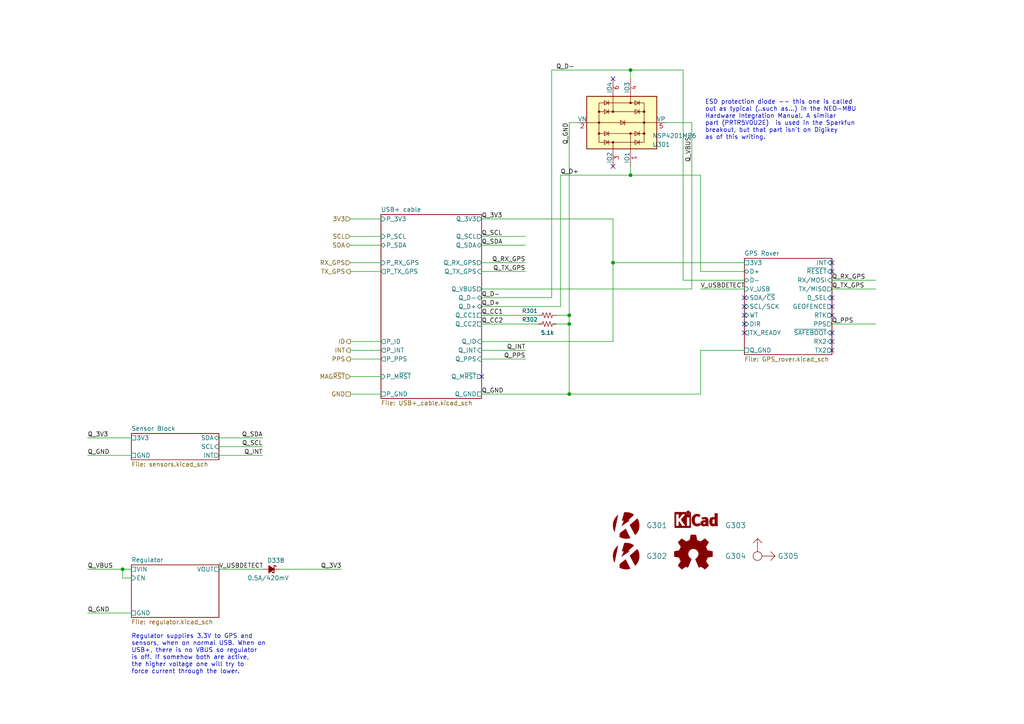
<source format=kicad_sch>
(kicad_sch (version 20211123) (generator eeschema)
  (paper "A4")
  (lib_symbols
    (symbol "Device:D_Schottky_Small_Filled" (pin_numbers hide) (pin_names (offset 0.254) hide)
      (property "Reference" "D" (at -1.27 2.032 0))
      (property "Value" "D_Schottky_Small_Filled" (at -7.112 -2.032 0))
      (symbol "D_Schottky_Small_Filled_0_1"
        (polyline (pts (xy -0.762 0) (xy 0.762 0)))
        (polyline (pts (xy 0.762 -1.016) (xy -0.762 0) (xy 0.762 1.016) (xy 0.762 -1.016)) (stroke (width 0.254)) (fill (type outline)))
        (polyline (pts (xy -1.27 0.762) (xy -1.27 1.016) (xy -0.762 1.016) (xy -0.762 -1.016) (xy -0.254 -1.016) (xy -0.254 -0.762)) (stroke (width 0.254)))
      )
      (symbol "D_Schottky_Small_Filled_1_1"
        (pin passive line (at -2.54 0 0) (length 1.778) (name "K") (number "1"))
        (pin passive line (at 2.54 0 180) (length 1.778) (name "A") (number "2"))
      )
    )
    (symbol "KwanSystems:Axis" (in_bom no)
      (property "Value" "Axis" (at 0 -2.54 0))
      (symbol "Axis_0_1"
        (polyline (pts (xy 0 1.27) (xy 0 5.08) (xy -1.27 3.81) (xy 0 5.08) (xy 1.27 3.81)) (stroke (width 0.1524)))
        (polyline (pts (xy 1.27 0) (xy 5.08 0) (xy 3.81 1.27) (xy 5.08 0) (xy 3.81 -1.27)) (stroke (width 0.1524)))
        (circle (center 0 0) (radius 1.27) (stroke (width 0.1524)))
      )
    )
    (symbol "KwanSystems:DesignedWithKicad" (pin_names (offset 1.016)) (in_bom no)
      (property "Value" "DesignedWithKicad" (at 3.81 -2.54 0))
      (symbol "DesignedWithKicad_0_1"
        (polyline (pts (xy -2.273 4.2434) (xy -2.1768 4.2192) (xy -2.0902 4.1764) (xy -2.0154 4.1166) (xy -1.9544 4.0415) (xy -1.9094 3.9528) (xy -1.8831 3.8565) (xy -1.8773 3.7592) (xy -1.8921 3.6653) (xy -1.9258 3.5775) (xy -1.9765 3.4982) (xy -2.0423 3.4302) (xy -2.1214 3.3759) (xy -2.2119 3.338) (xy -2.2632 3.3256) (xy -2.3077 3.3181) (xy -2.342 3.3151) (xy -2.375 3.3169) (xy -2.4154 3.3238) (xy -2.4485 3.3308) (xy -2.5419 3.3623) (xy -2.6256 3.4134) (xy -2.6977 3.4826) (xy -2.7562 3.5683) (xy -2.7701 3.5955) (xy -2.7866 3.6319) (xy -2.7969 3.6624) (xy -2.8025 3.6946) (xy -2.8047 3.7357) (xy -2.8049 3.7818) (xy -2.8009 3.8661) (xy -2.7874 3.9354) (xy -2.7623 3.996) (xy -2.7228 4.0544) (xy -2.6843 4.0987) (xy -2.6124 4.1645) (xy -2.5373 4.2099) (xy -2.4546 4.2372) (xy -2.3769 4.2474) (xy -2.273 4.2434)) (stroke (width 0.0025)) (fill (type outline)))
        (polyline (pts (xy 0.3284 3.3209) (xy 0.4886 3.2998) (xy 0.6525 3.2596) (xy 0.8223 3.2001) (xy 1 3.1208) (xy 1.0113 3.1153) (xy 1.069 3.0873) (xy 1.1206 3.0632) (xy 1.1622 3.0448) (xy 1.1902 3.0336) (xy 1.1997 3.0311) (xy 1.219 3.0261) (xy 1.2236 3.0219) (xy 1.2185 3.0114) (xy 1.2024 2.9851) (xy 1.1773 2.9457) (xy 1.1449 2.896) (xy 1.1071 2.8387) (xy 1.0658 2.7765) (xy 1.0228 2.7123) (xy 0.9799 2.6487) (xy 0.939 2.5886) (xy 0.902 2.5346) (xy 0.8706 2.4896) (xy 0.8468 2.4563) (xy 0.8323 2.4374) (xy 0.8303 2.4352) (xy 0.8202 2.4399) (xy 0.7978 2.457) (xy 0.7673 2.4836) (xy 0.7515 2.498) (xy 0.655 2.5733) (xy 0.5483 2.6288) (xy 0.4328 2.6639) (xy 0.31 2.6781) (xy 0.2406 2.6769) (xy 0.1194 2.6598) (xy 0.0102 2.6239) (xy -0.0874 2.569) (xy -0.1738 2.4949) (xy -0.2492 2.4013) (xy -0.314 2.2879) (xy -0.3514 2.2013) (xy -0.3953 2.0656) (xy -0.4276 1.9182) (xy -0.4484 1.7627) (xy -0.4579 1.603) (xy -0.4562 1.443) (xy -0.4432 1.2864) (xy -0.4191 1.1371) (xy -0.384 0.9988) (xy -0.3379 0.8753) (xy -0.3216 0.841) (xy -0.2534 0.7269) (xy -0.1729 0.6304) (xy -0.0814 0.5523) (xy 0.0199 0.4934) (xy 0.1299 0.4544) (xy 0.2474 0.4361) (xy 0.2889 0.4348) (xy 0.4104 0.4457) (xy 0.5309 0.4785) (xy 0.6487 0.5326) (xy 0.7623 0.6071) (xy 0.8537 0.6855) (xy 0.9002 0.73) (xy 1.0815 0.4327) (xy 1.1266 0.3586) (xy 1.1678 0.2904) (xy 1.2037 0.2305) (xy 1.2329 0.1816) (xy 1.2538 0.1459) (xy 1.2649 0.126) (xy 1.2664 0.1229) (xy 1.2581 0.1133) (xy 1.2326 0.096) (xy 1.1929 0.0727) (xy 1.1423 0.0451) (xy 1.0841 0.0147) (xy 1.0214 -0.0168) (xy 0.9576 -0.0477) (xy 0.8959 -0.0765) (xy 0.8394 -0.1014) (xy 0.7914 -0.1209) (xy 0.768 -0.1293) (xy 0.6342 -0.1671) (xy 0.4963 -0.1921) (xy 0.3486 -0.2051) (xy 0.2218 -0.2075) (xy 0.1539 -0.2064) (xy 0.0883 -0.2043) (xy 0.0308 -0.2014) (xy -0.0126 -0.1981) (xy -0.0267 -0.1964) (xy -0.1657 -0.1676) (xy -0.3072 -0.1225) (xy -0.4447 -0.0638) (xy -0.5716 0.0059) (xy -0.6491 0.0586) (xy -0.7765 0.1668) (xy -0.8948 0.2933) (xy -1.0018 0.4351) (xy -1.0953 0.589) (xy -1.1732 0.7519) (xy -1.217 0.8692) (xy -1.2673 1.0529) (xy -1.3008 1.2474) (xy -1.3176 1.4487) (xy -1.3176 1.6524) (xy -1.3009 1.8545) (xy -1.2675 2.0506) (xy -1.2174 2.2366) (xy -1.2136 2.2482) (xy -1.1507 2.4103) (xy -1.074 2.5582) (xy -0.9808 2.6961) (xy -0.8685 2.8283) (xy -0.8246 2.8736) (xy -0.6885 2.9975) (xy -0.5485 3.1001) (xy -0.4026 3.1823) (xy -0.2486 3.2454) (xy -0.0843 3.2905) (xy 0.0113 3.308) (xy 0.17 3.3235) (xy 0.3284 3.3209)) (stroke (width 0.0025)) (fill (type outline)))
        (polyline (pts (xy 6.1865 1.7978) (xy 6.1865 1.5633) (xy 6.1866 1.3504) (xy 6.1866 1.1578) (xy 6.1868 0.9845) (xy 6.1871 0.8294) (xy 6.1875 0.6914) (xy 6.1882 0.5693) (xy 6.189 0.4621) (xy 6.1902 0.3687) (xy 6.1917 0.2879) (xy 6.1935 0.2187) (xy 6.1958 0.16) (xy 6.1985 0.1106) (xy 6.2016 0.0695) (xy 6.2053 0.0356) (xy 6.2095 0.0077) (xy 6.2143 -0.0152) (xy 6.2198 -0.0342) (xy 6.2259 -0.0505) (xy 6.2327 -0.0652) (xy 6.2403 -0.0792) (xy 6.2486 -0.0939) (xy 6.2538 -0.103) (xy 6.2881 -0.1637) (xy 5.43 -0.1637) (xy 5.43 -0.0677) (xy 5.4292 -0.0244) (xy 5.4273 0.0088) (xy 5.4245 0.0266) (xy 5.4232 0.0282) (xy 5.4118 0.0213) (xy 5.3891 0.0035) (xy 5.3664 -0.0159) (xy 5.3118 -0.0566) (xy 5.2423 -0.0976) (xy 5.1653 -0.1351) (xy 5.088 -0.1654) (xy 5.0571 -0.175) (xy 4.9886 -0.1896) (xy 4.9058 -0.1995) (xy 4.8164 -0.2046) (xy 4.7282 -0.2044) (xy 4.6492 -0.1987) (xy 4.6115 -0.1929) (xy 4.4734 -0.1548) (xy 4.3461 -0.0971) (xy 4.2303 -0.0202) (xy 4.1266 0.0753) (xy 4.0358 0.1888) (xy 3.969 0.2996) (xy 3.9142 0.4164) (xy 3.8722 0.5357) (xy 3.8422 0.6617) (xy 3.8233 0.7984) (xy 3.8147 0.9498) (xy 3.814 1.0273) (xy 3.8161 1.0841) (xy 4.6452 1.0841) (xy 4.6454 0.991) (xy 4.6483 0.9033) (xy 4.654 0.8262) (xy 4.6625 0.765) (xy 4.665 0.7526) (xy 4.6968 0.6454) (xy 4.7385 0.5583) (xy 4.7904 0.4914) (xy 4.8528 0.4442) (xy 4.9261 0.4166) (xy 5.0107 0.4085) (xy 5.1068 0.4194) (xy 5.1703 0.4352) (xy 5.2195 0.4534) (xy 5.2736 0.4792) (xy 5.3142 0.5029) (xy 5.3848 0.5493) (xy 5.3848 1.6995) (xy 5.3174 1.743) (xy 5.2389 1.784) (xy 5.1547 1.8106) (xy 5.0696 1.8225) (xy 4.9882 1.8193) (xy 4.9154 1.8004) (xy 4.8834 1.7848) (xy 4.8255 1.7418) (xy 4.7765 1.685) (xy 4.7354 1.6124) (xy 4.7009 1.5219) (xy 4.6718 1.4113) (xy 4.6706 1.4055) (xy 4.6604 1.3432) (xy 4.6527 1.2654) (xy 4.6477 1.1773) (xy 4.6452 1.0841) (xy 3.8161 1.0841) (xy 3.8219 1.2401) (xy 3.8438 1.4359) (xy 3.8798 1.6147) (xy 3.9298 1.7762) (xy 3.9937 1.9203) (xy 4.0715 2.0469) (xy 4.1631 2.1559) (xy 4.2685 2.2471) (xy 4.3137 2.2781) (xy 4.4146 2.3342) (xy 4.5179 2.3738) (xy 4.628 2.398) (xy 4.7493 2.4078) (xy 4.8418 2.4067) (xy 4.9715 2.3958) (xy 5.0841 2.374) (xy 5.1829 2.3403) (xy 5.2711 2.2938) (xy 5.32 2.2596) (xy 5.3494 2.2376) (xy 5.371 2.2227) (xy 5.3793 2.2183) (xy 5.3809 2.2291) (xy 5.3822 2.2597) (xy 5.3831 2.3075) (xy 5.3838 2.3695) (xy 5.3842 2.4431) (xy 5.3843 2.5256) (xy 5.3842 2.6141) (xy 5.3838 2.7059) (xy 5.3832 2.7983) (xy 5.3823 2.8885) (xy 5.3813 2.9737) (xy 5.38 3.0513) (xy 5.3786 3.1184) (xy 5.3769 3.1724) (xy 5.3752 3.2104) (xy 5.3747 3.2173) (xy 5.3671 3.2877) (xy 5.3555 3.3429) (xy 5.3378 3.39) (xy 5.3117 3.4364) (xy 5.3054 3.4459) (xy 5.281 3.4826) (xy 6.1863 3.4826) (xy 6.1865 1.7978)) (stroke (width 0.0025)) (fill (type outline)))
        (polyline (pts (xy 2.6736 2.4034) (xy 2.8255 2.3834) (xy 2.9608 2.3498) (xy 3.0802 2.3023) (xy 3.1848 2.2406) (xy 3.2624 2.177) (xy 3.3313 2.1029) (xy 3.385 2.0231) (xy 3.4279 1.9309) (xy 3.4434 1.8878) (xy 3.4562 1.8489) (xy 3.4674 1.8127) (xy 3.4771 1.7776) (xy 3.4854 1.7416) (xy 3.4924 1.703) (xy 3.4983 1.6598) (xy 3.5031 1.6104) (xy 3.5071 1.5527) (xy 3.5103 1.4851) (xy 3.5129 1.4057) (xy 3.5151 1.3126) (xy 3.5168 1.204) (xy 3.5183 1.0781) (xy 3.5198 0.933) (xy 3.521 0.7902) (xy 3.5224 0.634) (xy 3.5236 0.4988) (xy 3.5248 0.3828) (xy 3.5261 0.2844) (xy 3.5277 0.2019) (xy 3.5297 0.1338) (xy 3.5322 0.0782) (xy 3.5353 0.0337) (xy 3.5391 -0.0015) (xy 3.5439 -0.029) (xy 3.5496 -0.0506) (xy 3.5565 -0.0677) (xy 3.5647 -0.0822) (xy 3.5742 -0.0956) (xy 3.5853 -0.1096) (xy 3.5896 -0.1151) (xy 3.6054 -0.1379) (xy 3.6124 -0.1535) (xy 3.6124 -0.1539) (xy 3.6016 -0.1561) (xy 3.5706 -0.1581) (xy 3.522 -0.1599) (xy 3.4582 -0.1615) (xy 3.3817 -0.1626) (xy 3.2949 -0.1634) (xy 3.2005 -0.1637) (xy 3.1896 -0.1637) (xy 2.7667 -0.1637) (xy 2.7634 -0.0676) (xy 2.7601 0.0284) (xy 2.698 -0.0225) (xy 2.6007 -0.0901) (xy 2.4908 -0.1447) (xy 2.4043 -0.175) (xy 2.3353 -0.1897) (xy 2.2519 -0.1997) (xy 2.1622 -0.2046) (xy 2.0738 -0.2043) (xy 1.9949 -0.1984) (xy 1.9586 -0.1926) (xy 1.8186 -0.1548) (xy 1.6922 -0.0999) (xy 1.5803 -0.0289) (xy 1.4838 0.0574) (xy 1.4036 0.1583) (xy 1.3407 0.2729) (xy 1.2963 0.399) (xy 1.284 0.4556) (xy 1.2764 0.5178) (xy 1.2727 0.5926) (xy 1.2722 0.6265) (xy 1.2723 0.6297) (xy 2.0322 0.6297) (xy 2.0415 0.5547) (xy 2.0697 0.4908) (xy 2.1182 0.4352) (xy 2.1233 0.4308) (xy 2.1715 0.396) (xy 2.2233 0.3734) (xy 2.284 0.3615) (xy 2.3594 0.3586) (xy 2.3775 0.359) (xy 2.4313 0.3617) (xy 2.4713 0.3671) (xy 2.5063 0.3773) (xy 2.5451 0.3941) (xy 2.5557 0.3993) (xy 2.6164 0.4352) (xy 2.6632 0.4778) (xy 2.676 0.493) (xy 2.7206 0.5495) (xy 2.7206 0.7454) (xy 2.7201 0.8241) (xy 2.7184 0.882) (xy 2.7154 0.9211) (xy 2.7111 0.9433) (xy 2.707 0.9497) (xy 2.691 0.9529) (xy 2.6573 0.9555) (xy 2.6103 0.9573) (xy 2.555 0.9581) (xy 2.5461 0.9582) (xy 2.4253 0.9529) (xy 2.3227 0.9367) (xy 2.2361 0.909) (xy 2.1637 0.8692) (xy 2.1088 0.8222) (xy 2.0642 0.7644) (xy 2.0395 0.7013) (xy 2.0322 0.6297) (xy 1.2723 0.6297) (xy 1.2742 0.7203) (xy 1.2825 0.7992) (xy 1.2988 0.8704) (xy 1.3244 0.9411) (xy 1.3484 0.9935) (xy 1.407 1.0888) (xy 1.4851 1.1768) (xy 1.5803 1.256) (xy 1.6902 1.3247) (xy 1.8125 1.3813) (xy 1.9448 1.4242) (xy 2.0094 1.4391) (xy 2.1456 1.4612) (xy 2.294 1.4758) (xy 2.4455 1.4822) (xy 2.5721 1.4806) (xy 2.734 1.4738) (xy 2.7265 1.5328) (xy 2.7072 1.6319) (xy 2.6761 1.7126) (xy 2.6323 1.7755) (xy 2.5749 1.8212) (xy 2.503 1.8504) (xy 2.4159 1.8636) (xy 2.3127 1.8614) (xy 2.2747 1.8574) (xy 2.1335 1.8322) (xy 1.9967 1.7912) (xy 1.9022 1.7532) (xy 1.857 1.7338) (xy 1.8186 1.7182) (xy 1.7922 1.7086) (xy 1.7845 1.7065) (xy 1.7748 1.7156) (xy 1.7581 1.7446) (xy 1.7342 1.7938) (xy 1.7031 1.8635) (xy 1.6645 1.9541) (xy 1.6579 1.9699) (xy 1.6279 2.0422) (xy 1.6009 2.1076) (xy 1.5781 2.1631) (xy 1.5608 2.2059) (xy 1.55 2.2332) (xy 1.5469 2.2421) (xy 1.5569 2.2468) (xy 1.5832 2.2521) (xy 1.6115 2.2558) (xy 1.6416 2.2605) (xy 1.6894 2.27) (xy 1.7506 2.2832) (xy 1.8209 2.2992) (xy 1.8962 2.3172) (xy 1.9248 2.3242) (xy 2.0298 2.3498) (xy 2.1175 2.3699) (xy 2.1921 2.385) (xy 2.2579 2.396) (xy 2.3193 2.4033) (xy 2.3806 2.4077) (xy 2.4461 2.4097) (xy 2.5041 2.4101) (xy 2.6736 2.4034)) (stroke (width 0.0025)) (fill (type outline)))
        (polyline (pts (xy -2.9464 3.7809) (xy -2.9355 3.667) (xy -2.9039 3.5594) (xy -2.853 3.4604) (xy -2.7843 3.3723) (xy -2.6992 3.2975) (xy -2.6022 3.2396) (xy -2.496 3.2) (xy -2.389 3.1814) (xy -2.2833 3.1826) (xy -2.1811 3.2021) (xy -2.0845 3.2386) (xy -1.9956 3.2908) (xy -1.9165 3.3573) (xy -1.8494 3.4368) (xy -1.7962 3.528) (xy -1.7592 3.6295) (xy -1.7404 3.7399) (xy -1.7385 3.7898) (xy -1.7385 3.8777) (xy -1.6866 3.8777) (xy -1.6503 3.8749) (xy -1.6234 3.8631) (xy -1.5962 3.8394) (xy -1.5579 3.801) (xy -1.5579 1.6094) (xy -1.5579 1.3473) (xy -1.5579 1.1068) (xy -1.558 0.887) (xy -1.5581 0.6869) (xy -1.5582 0.5057) (xy -1.5584 0.3423) (xy -1.5587 0.1958) (xy -1.5591 0.0654) (xy -1.5595 -0.05) (xy -1.56 -0.1513) (xy -1.5606 -0.2395) (xy -1.5613 -0.3154) (xy -1.5621 -0.3801) (xy -1.5631 -0.4344) (xy -1.5642 -0.4793) (xy -1.5654 -0.5157) (xy -1.5667 -0.5447) (xy -1.5683 -0.5671) (xy -1.5699 -0.5838) (xy -1.5718 -0.5959) (xy -1.5738 -0.6042) (xy -1.576 -0.6097) (xy -1.5771 -0.6115) (xy -1.5813 -0.6185) (xy -1.5848 -0.625) (xy -1.5886 -0.6309) (xy -1.5937 -0.6363) (xy -1.6009 -0.6412) (xy -1.6111 -0.6456) (xy -1.6254 -0.6496) (xy -1.6445 -0.6531) (xy -1.6695 -0.6563) (xy -1.7012 -0.659) (xy -1.7407 -0.6615) (xy -1.7887 -0.6636) (xy -1.8462 -0.6653) (xy -1.9142 -0.6668) (xy -1.9936 -0.6681) (xy -2.0853 -0.6691) (xy -2.1902 -0.6699) (xy -2.3092 -0.6705) (xy -2.4433 -0.6709) (xy -2.5934 -0.6712) (xy -2.7604 -0.6714) (xy -2.9452 -0.6715) (xy -3.1488 -0.6715) (xy -3.3721 -0.6715) (xy -3.6159 -0.6715) (xy -3.8813 -0.6714) (xy -3.9197 -0.6714) (xy -4.1867 -0.6714) (xy -4.432 -0.6713) (xy -4.6566 -0.6712) (xy -4.8613 -0.6711) (xy -5.0472 -0.6709) (xy -5.2151 -0.6706) (xy -5.3659 -0.6703) (xy -5.5006 -0.6699) (xy -5.62 -0.6694) (xy -5.7252 -0.6689) (xy -5.817 -0.6683) (xy -5.8963 -0.6675) (xy -5.964 -0.6667) (xy -6.0212 -0.6657) (xy -6.0686 -0.6646) (xy -6.1073 -0.6634) (xy -6.138 -0.662) (xy -6.1619 -0.6606) (xy -6.1797 -0.6589) (xy -6.1924 -0.6571) (xy -6.2009 -0.6551) (xy -6.2053 -0.6535) (xy -6.2137 -0.6499) (xy -6.2215 -0.6473) (xy -6.2286 -0.6446) (xy -6.2351 -0.6411) (xy -6.2409 -0.6356) (xy -6.2462 -0.6274) (xy -6.251 -0.6154) (xy -6.2552 -0.5987) (xy -6.2589 -0.5765) (xy -6.2622 -0.5477) (xy -6.2651 -0.5114) (xy -6.2675 -0.4667) (xy -6.2696 -0.4126) (xy -6.2714 -0.3483) (xy -6.2728 -0.2727) (xy -6.274 -0.185) (xy -6.2749 -0.0842) (xy -6.2756 0.0306) (xy -6.2761 0.1603) (xy -6.2764 0.306) (xy -6.2766 0.4685) (xy -6.2767 0.6487) (xy -6.2767 0.8476) (xy -6.2767 1.0662) (xy -6.2766 1.3053) (xy -6.2766 1.566) (xy -6.2766 1.6081) (xy -6.2766 1.871) (xy -6.2767 2.1123) (xy -6.2767 2.3328) (xy -6.2766 2.5336) (xy -6.2765 2.7157) (xy -6.2764 2.8798) (xy -6.2761 3.027) (xy -6.2756 3.1582) (xy -6.275 3.2681) (xy -5.9722 3.2681) (xy -5.9324 3.2103) (xy -5.9212 3.1945) (xy -5.9112 3.1806) (xy -5.9021 3.1672) (xy -5.8941 3.1533) (xy -5.887 3.1376) (xy -5.8807 3.119) (xy -5.8753 3.0963) (xy -5.8707 3.0683) (xy -5.8667 3.0337) (xy -5.8634 2.9915) (xy -5.8607 2.9404) (xy -5.8585 2.8793) (xy -5.8567 2.8069) (xy -5.8554 2.722) (xy -5.8545 2.6236) (xy -5.8539 2.5103) (xy -5.8535 2.3811) (xy -5.8533 2.2347) (xy -5.8532 2.0699) (xy -5.8532 1.8856) (xy -5.8533 1.6805) (xy -5.8533 1.5579) (xy -5.8533 1.3409) (xy -5.8532 1.1454) (xy -5.8532 0.97) (xy -5.8534 0.8137) (xy -5.8536 0.6751) (xy -5.8541 0.5533) (xy -5.8549 0.4468) (xy -5.856 0.3547) (xy -5.8574 0.2756) (xy -5.8593 0.2084) (xy -5.8617 0.1519) (xy -5.8647 0.1049) (xy -5.8683 0.0662) (xy -5.8725 0.0347) (xy -5.8774 0.0091) (xy -5.8832 -0.0117) (xy -5.8897 -0.0289) (xy -5.8972 -0.0438) (xy -5.9056 -0.0574) (xy -5.915 -0.0711) (xy -5.9254 -0.0859) (xy -5.9315 -0.0948) (xy -5.9703 -0.1524) (xy -5.4387 -0.1524) (xy -5.3155 -0.1524) (xy -5.213 -0.1522) (xy -5.1294 -0.1519) (xy -5.063 -0.1513) (xy -5.0118 -0.1504) (xy -4.974 -0.1491) (xy -4.9479 -0.1473) (xy -4.9316 -0.145) (xy -4.9233 -0.142) (xy -4.9212 -0.1384) (xy -4.9233 -0.1341) (xy -4.9245 -0.1326) (xy -4.9497 -0.0956) (xy -4.9756 -0.0428) (xy -4.9992 0.0192) (xy -5.0075 0.0456) (xy -5.0121 0.0636) (xy -5.016 0.0846) (xy -5.0192 0.1109) (xy -5.022 0.1445) (xy -5.0242 0.1874) (xy -5.0261 0.2418) (xy -5.0276 0.3097) (xy -5.029 0.3933) (xy -5.0302 0.4946) (xy -5.0313 0.6157) (xy -5.0317 0.6604) (xy -5.0327 0.7856) (xy -5.0335 0.8899) (xy -5.0339 0.9753) (xy -5.034 1.0435) (xy -5.0336 1.0962) (xy -5.0327 1.1354) (xy -5.0313 1.1627) (xy -5.0293 1.18) (xy -5.0266 1.1891) (xy -5.0232 1.1917) (xy -5.019 1.1896) (xy -5.0146 1.1853) (xy -5.0042 1.1724) (xy -4.9822 1.1433) (xy -4.95 1.1002) (xy -4.9092 1.0453) (xy -4.8614 0.9806) (xy -4.8081 0.9083) (xy -4.7509 0.8305) (xy -4.6914 0.7493) (xy -4.6312 0.6669) (xy -4.5717 0.5855) (xy -4.5145 0.507) (xy -4.4612 0.4338) (xy -4.4135 0.3679) (xy -4.3727 0.3113) (xy -4.3405 0.2664) (xy -4.3185 0.2352) (xy -4.3139 0.2285) (xy -4.291 0.1916) (xy -4.2642 0.1436) (xy -4.2388 0.0941) (xy -4.2356 0.0874) (xy -4.2139 0.0392) (xy -4.2013 0.0017) (xy -4.1956 -0.0342) (xy -4.1945 -0.0762) (xy -4.1951 -0.1524) (xy -3.0407 -0.1524) (xy -3.1318 -0.0587) (xy -3.1786 -0.0088) (xy -3.2289 0.0477) (xy -3.2749 0.102) (xy -3.2954 0.1273) (xy -3.3258 0.1669) (xy -3.3659 0.2201) (xy -3.4144 0.2853) (xy -3.4701 0.361) (xy -3.532 0.4454) (xy -3.5988 0.537) (xy -3.6694 0.6341) (xy -3.7425 0.7351) (xy -3.8171 0.8383) (xy -3.8919 0.9422) (xy -3.9658 1.0451) (xy -4.0376 1.1454) (xy -4.1062 1.2414) (xy -4.1703 1.3315) (xy -4.2288 1.4141) (xy -4.2805 1.4875) (xy -4.3242 1.5502) (xy -4.3589 1.6004) (xy -4.3832 1.6367) (xy -4.3961 1.6572) (xy -4.3979 1.6613) (xy -4.3899 1.6727) (xy -4.3691 1.6998) (xy -4.3368 1.7412) (xy -4.2945 1.795) (xy -4.2433 1.8595) (xy -4.1848 1.9331) (xy -4.1203 2.014) (xy -4.0511 2.1006) (xy -3.9787 2.1912) (xy -3.9042 2.2839) (xy -3.8445 2.3583) (xy -2.8335 2.3583) (xy -2.8276 2.3453) (xy -2.8133 2.3231) (xy -2.8122 2.3216) (xy -2.7934 2.2915) (xy -2.7738 2.2546) (xy -2.7699 2.2465) (xy -2.7664 2.2381) (xy -2.7632 2.2279) (xy -2.7605 2.2147) (xy -2.7581 2.1971) (xy -2.756 2.1735) (xy -2.7542 2.1427) (xy -2.7527 2.1032) (xy -2.7514 2.0537) (xy -2.7503 1.9928) (xy -2.7494 1.919) (xy -2.7486 1.831) (xy -2.7479 1.7273) (xy -2.7474 1.6067) (xy -2.7468 1.4676) (xy -2.7463 1.3088) (xy -2.7457 1.1299) (xy -2.7452 0.9448) (xy -2.7448 0.7809) (xy -2.7445 0.6367) (xy -2.7445 0.5109) (xy -2.7448 0.4021) (xy -2.7454 0.3089) (xy -2.7465 0.2299) (xy -2.7481 0.1637) (xy -2.7503 0.1088) (xy -2.7531 0.064) (xy -2.7567 0.0277) (xy -2.761 -0.0013) (xy -2.7661 -0.0246) (xy -2.7722 -0.0435) (xy -2.7792 -0.0594) (xy -2.7873 -0.0736) (xy -2.7965 -0.0877) (xy -2.805 -0.1002) (xy -2.8222 -0.1265) (xy -2.8323 -0.144) (xy -2.8335 -0.1473) (xy -2.8226 -0.1483) (xy -2.7914 -0.1493) (xy -2.7422 -0.1502) (xy -2.6773 -0.151) (xy -2.599 -0.1516) (xy -2.5096 -0.1521) (xy -2.4114 -0.1523) (xy -2.3424 -0.1524) (xy -2.2375 -0.1522) (xy -2.1406 -0.1515) (xy -2.0541 -0.1505) (xy -1.9801 -0.1492) (xy -1.9209 -0.1476) (xy -1.8785 -0.1458) (xy -1.8553 -0.1438) (xy -1.8514 -0.1425) (xy -1.8591 -0.1276) (xy -1.8671 -0.1196) (xy -1.8802 -0.1024) (xy -1.8975 -0.0722) (xy -1.9094 -0.0476) (xy -1.936 0.0113) (xy -1.9391 1.1882) (xy -1.9422 2.365) (xy -2.3879 2.365) (xy -2.4857 2.3649) (xy -2.5761 2.3644) (xy -2.6566 2.3637) (xy -2.725 2.3627) (xy -2.7787 2.3615) (xy -2.8153 2.3602) (xy -2.8325 2.3588) (xy -2.8335 2.3583) (xy -3.8445 2.3583) (xy -3.8293 2.3773) (xy -3.7551 2.4695) (xy -3.6831 2.5588) (xy -3.6146 2.6436) (xy -3.551 2.7221) (xy -3.4936 2.7927) (xy -3.4438 2.8536) (xy -3.4031 2.9032) (xy -3.3859 2.9238) (xy -3.2996 3.0245) (xy -3.223 3.1077) (xy -3.1542 3.1756) (xy -3.0912 3.2299) (xy -3.0819 3.2373) (xy -3.0424 3.2679) (xy -4.1741 3.2681) (xy -4.1688 3.2202) (xy -4.1721 3.1628) (xy -4.1937 3.0945) (xy -4.2336 3.0148) (xy -4.2789 2.9425) (xy -4.2952 2.9199) (xy -4.3232 2.8823) (xy -4.3614 2.832) (xy -4.4081 2.771) (xy -4.4617 2.7016) (xy -4.5203 2.6258) (xy -4.5825 2.5458) (xy -4.6464 2.4638) (xy -4.7105 2.3818) (xy -4.773 2.3021) (xy -4.8323 2.2267) (xy -4.8868 2.1578) (xy -4.9346 2.0976) (xy -4.9743 2.0481) (xy -5.004 2.0116) (xy -5.0222 1.9901) (xy -5.0252 1.9868) (xy -5.0281 1.9949) (xy -5.0303 2.0251) (xy -5.0319 2.0774) (xy -5.0328 2.1515) (xy -5.033 2.2469) (xy -5.0326 2.3636) (xy -5.0317 2.4836) (xy -5.0304 2.6157) (xy -5.0289 2.7274) (xy -5.0269 2.821) (xy -5.0242 2.8986) (xy -5.0206 2.9624) (xy -5.0158 3.0147) (xy -5.0095 3.0577) (xy -5.0015 3.0934) (xy -4.9916 3.1243) (xy -4.9795 3.1524) (xy -4.965 3.18) (xy -4.9503 3.205) (xy -4.9123 3.2681) (xy -5.9722 3.2681) (xy -6.275 3.2681) (xy -6.275 3.2744) (xy -6.2742 3.3765) (xy -6.2732 3.4654) (xy -6.2719 3.5421) (xy -6.2704 3.6075) (xy -6.2685 3.6626) (xy -6.2664 3.7082) (xy -6.2639 3.7455) (xy -6.261 3.7752) (xy -6.2577 3.7983) (xy -6.254 3.8159) (xy -6.2499 3.8287) (xy -6.2452 3.8378) (xy -6.2401 3.8441) (xy -6.2345 3.8485) (xy -6.2283 3.852) (xy -6.2215 3.8556) (xy -6.2155 3.8591) (xy -6.2103 3.8617) (xy -6.2021 3.864) (xy -6.1899 3.8661) (xy -6.1725 3.868) (xy -6.149 3.8697) (xy -6.1181 3.8711) (xy -6.0788 3.8724) (xy -6.03 3.8735) (xy -5.9705 3.8744) (xy -5.8994 3.8752) (xy -5.8155 3.8759) (xy -5.7177 3.8764) (xy -5.6049 3.8768) (xy -5.476 3.8772) (xy -5.33 3.8774) (xy -5.1657 3.8776) (xy -4.982 3.8777) (xy -4.7779 3.8777) (xy -4.5668 3.8777) (xy -2.9464 3.8777) (xy -2.9464 3.7809)) (stroke (width 0.0025)) (fill (type outline)))
      )
    )
    (symbol "KwanSystems:KwanSystems" (pin_names (offset 1.016)) (in_bom no)
      (property "Value" "KwanSystems" (at 0 -5.08 0))
      (symbol "KwanSystems_0_1"
        (polyline (pts (xy 0.3018 3.8025) (xy 0.5462 3.7744) (xy 0.7854 3.7321) (xy 1.0193 3.6754) (xy 1.2478 3.6045) (xy 1.4711 3.5193) (xy 1.689 3.4198) (xy 1.9015 3.3061) (xy 2.1085 3.1781) (xy 2.2308 3.09) (xy 0.4924 1.42) (xy 0.9508 1.42) (xy -1.31 -0.12) (xy -0.5992 1.42) (xy -1.1938 1.42) (xy -0.5192 3.78) (xy -0.3885 3.7927) (xy -0.1814 3.8059) (xy 0.0333 3.811)) (stroke (width 0.0025)) (fill (type outline)))
        (polyline (pts (xy 1.2117 -3.611) (xy 1.1805 -3.6269) (xy 1.1201 -3.6454) (xy 1.0517 -3.6655) (xy 0.8462 -3.7189) (xy 0.6348 -3.7604) (xy 0.4156 -3.7905) (xy 0.3277 -3.7992) (xy 0.1234 -3.8081) (xy 0.0408 -3.8091) (xy -0.0437 -3.8092) (xy -0.1265 -3.8082) (xy -0.3391 -3.7989) (xy -0.5799 -3.7695) (xy -0.8161 -3.7257) (xy -1.0478 -3.6672) (xy -1.2753 -3.5942) (xy -1.4987 -3.5065) (xy -1.6599 -3.4329) (xy -1.8371 -3.3426) (xy -1.9342 -3.2879) (xy -1.78 -2.25) (xy -0.12 -0.95)) (stroke (width 0.0025)) (fill (type outline)))
        (polyline (pts (xy -3.33 -1.85) (xy -3.4035 -1.7216) (xy -3.5014 -1.5107) (xy -3.5664 -1.3527) (xy -3.641 -1.1379) (xy -3.7016 -0.923) (xy -3.7485 -0.7062) (xy -3.782 -0.486) (xy -3.8025 -0.2605) (xy -3.8102 -0.0281) (xy -3.8103 0) (xy -3.8029 0.2742) (xy -3.7787 0.5215) (xy -3.7379 0.7583) (xy -3.6926 0.9566) (xy -3.6383 1.1468) (xy -3.5739 1.3326) (xy -3.4979 1.5178) (xy -3.4219 1.6804) (xy -3.3272 1.8622) (xy -3.2273 2.0324) (xy -3.1205 2.1935) (xy -3.0049 2.3481) (xy -2.8787 2.4988) (xy -2.7399 2.6482) (xy -2.6018 2.7839) (xy -2.4691 2.9048) (xy -2.33 3.02)) (stroke (width 0.0025)) (fill (type outline)))
        (polyline (pts (xy 3.337 1.8449) (xy 3.4183 1.6918) (xy 3.5168 1.4771) (xy 3.6016 1.2562) (xy 3.6727 1.0287) (xy 3.73 0.7948) (xy 3.7737 0.5541) (xy 3.7919 0.4191) (xy 3.7965 0.3713) (xy 3.8004 0.3111) (xy 3.8037 0.2415) (xy 3.8062 0.1653) (xy 3.808 0.0853) (xy 3.8091 0.0045) (xy 3.8092 -0.0742) (xy 3.8085 -0.148) (xy 3.8068 -0.214) (xy 3.8042 -0.2693) (xy 3.8033 -0.2821) (xy 3.7774 -0.5241) (xy 3.7368 -0.7619) (xy 3.6819 -0.9952) (xy 3.6126 -1.2235) (xy 3.5291 -1.4466) (xy 3.4316 -1.664) (xy 3.3202 -1.8755) (xy 3.1951 -2.0807) (xy 3.0563 -2.2792) (xy 2.918 -2.4541) (xy 2.7919 -2.5949) (xy 2.62 -2.77) (xy 1.07 0.12) (xy 3.24 2.01)) (stroke (width 0.0025)) (fill (type outline)))
      )
    )
    (symbol "KwanSystems:OSHW" (pin_names (offset 1.016)) (in_bom no)
      (property "Value" "OSHW" (at 10.16 1.27 0))
      (symbol "OSHW_0_1"
        (polyline (pts (xy 3.81 -3.81) (xy 3.7592 -3.7846) (xy 3.6322 -3.7084) (xy 3.4544 -3.5814) (xy 3.2258 -3.429) (xy 2.9972 -3.2766) (xy 2.8194 -3.175) (xy 2.6924 -3.0734) (xy 2.6416 -3.048) (xy 2.6162 -3.0734) (xy 2.5146 -3.1242) (xy 2.3622 -3.2004) (xy 2.2606 -3.2512) (xy 2.1336 -3.302) (xy 2.0574 -3.302) (xy 2.0574 -3.302) (xy 2.0066 -3.2004) (xy 1.9304 -2.9972) (xy 1.8034 -2.7686) (xy 1.7018 -2.4892) (xy 1.5748 -2.1844) (xy 1.4224 -1.8796) (xy 1.3208 -1.5748) (xy 1.1938 -1.2954) (xy 1.1176 -1.0922) (xy 1.0668 -0.9398) (xy 1.0414 -0.8636) (xy 1.0414 -0.8636) (xy 1.1176 -0.7874) (xy 1.2446 -0.7112) (xy 1.4986 -0.4826) (xy 1.7526 -0.1524) (xy 1.905 0.2032) (xy 1.9812 0.6096) (xy 1.9304 0.9906) (xy 1.778 1.3462) (xy 1.524 1.6764) (xy 1.2192 1.905) (xy 0.8636 2.0574) (xy 0.4572 2.1082) (xy 0.0762 2.0828) (xy -0.2794 1.9304) (xy -0.6096 1.6764) (xy -0.762 1.524) (xy -0.9398 1.1938) (xy -1.0668 0.8382) (xy -1.0668 0.762) (xy -1.0414 0.3556) (xy -0.9398 0) (xy -0.7366 -0.3302) (xy -0.4572 -0.6096) (xy -0.4064 -0.635) (xy -0.2794 -0.7366) (xy -0.1778 -0.8128) (xy -0.127 -0.8636) (xy -0.6096 -2.0574) (xy -0.6858 -2.2606) (xy -0.8382 -2.5908) (xy -0.9398 -2.8702) (xy -1.0414 -3.0988) (xy -1.1176 -3.2512) (xy -1.143 -3.302) (xy -1.143 -3.302) (xy -1.1938 -3.302) (xy -1.27 -3.2766) (xy -1.4478 -3.2004) (xy -1.5494 -3.1496) (xy -1.6764 -3.0734) (xy -1.7526 -3.048) (xy -1.8034 -3.0734) (xy -1.905 -3.1496) (xy -2.0828 -3.2766) (xy -2.3114 -3.429) (xy -2.5146 -3.556) (xy -2.6924 -3.683) (xy -2.8448 -3.7846) (xy -2.8956 -3.81) (xy -2.921 -3.81) (xy -2.9718 -3.7846) (xy -3.0734 -3.683) (xy -3.2512 -3.5306) (xy -3.4798 -3.302) (xy -3.5052 -3.2766) (xy -3.7084 -3.0734) (xy -3.8608 -2.921) (xy -3.9624 -2.794) (xy -3.9878 -2.7432) (xy -3.9878 -2.7432) (xy -3.9624 -2.6924) (xy -3.8608 -2.54) (xy -3.7592 -2.3622) (xy -3.6068 -2.1336) (xy -3.2004 -1.5494) (xy -3.429 -1.016) (xy -3.4798 -0.8382) (xy -3.5814 -0.635) (xy -3.6322 -0.508) (xy -3.6576 -0.4318) (xy -3.7338 -0.4064) (xy -3.8608 -0.381) (xy -4.0894 -0.3302) (xy -4.3434 -0.2794) (xy -4.5974 -0.254) (xy -4.8006 -0.2032) (xy -4.9784 -0.1778) (xy -5.0546 -0.1524) (xy -5.0546 -0.1524) (xy -5.08 -0.1016) (xy -5.08 -0.0254) (xy -5.08 0.1016) (xy -5.1054 0.3048) (xy -5.1054 0.6096) (xy -5.1054 0.6604) (xy -5.08 0.9398) (xy -5.08 1.1684) (xy -5.08 1.2954) (xy -5.08 1.3716) (xy -5.08 1.3716) (xy -5.0038 1.3716) (xy -4.8514 1.4224) (xy -4.6228 1.4478) (xy -4.3688 1.4986) (xy -4.3434 1.524) (xy -4.0894 1.5748) (xy -3.8608 1.6002) (xy -3.7084 1.651) (xy -3.6322 1.6764) (xy -3.6322 1.6764) (xy -3.5814 1.778) (xy -3.5052 1.9558) (xy -3.4036 2.159) (xy -3.3274 2.3622) (xy -3.2512 2.54) (xy -3.2004 2.6924) (xy -3.175 2.7432) (xy -3.175 2.7432) (xy -3.2258 2.8194) (xy -3.302 2.9464) (xy -3.429 3.1242) (xy -3.6068 3.3528) (xy -3.6068 3.3782) (xy -3.7592 3.6068) (xy -3.8862 3.7846) (xy -3.9624 3.9116) (xy -3.9878 3.9878) (xy -3.9878 3.9878) (xy -3.937 4.0386) (xy -3.8354 4.1656) (xy -3.6576 4.3434) (xy -3.4798 4.5466) (xy -3.4036 4.5974) (xy -3.2004 4.826) (xy -3.048 4.953) (xy -2.9464 5.0292) (xy -2.8956 5.0546) (xy -2.8956 5.0546) (xy -2.8448 5.0038) (xy -2.6924 4.9022) (xy -2.5146 4.7752) (xy -2.286 4.6228) (xy -2.2606 4.6228) (xy -2.032 4.4704) (xy -1.8542 4.3434) (xy -1.7272 4.2418) (xy -1.6764 4.2164) (xy -1.651 4.2164) (xy -1.5748 4.2418) (xy -1.397 4.2926) (xy -1.2192 4.3688) (xy -1.016 4.4704) (xy -0.8128 4.5466) (xy -0.6858 4.5974) (xy -0.6096 4.6482) (xy -0.6096 4.6482) (xy -0.5842 4.7244) (xy -0.5588 4.8768) (xy -0.508 5.1054) (xy -0.4572 5.3848) (xy -0.4318 5.4356) (xy -0.381 5.6896) (xy -0.3556 5.9182) (xy -0.3302 6.0706) (xy -0.3048 6.1214) (xy -0.254 6.1468) (xy -0.127 6.1468) (xy 0.0508 6.1468) (xy 0.3048 6.1468) (xy 0.5334 6.1468) (xy 0.7874 6.1468) (xy 0.9906 6.1468) (xy 1.143 6.1214) (xy 1.1938 6.1214) (xy 1.1938 6.1214) (xy 1.2192 6.0452) (xy 1.27 5.8674) (xy 1.2954 5.6388) (xy 1.3716 5.3594) (xy 1.3716 5.3086) (xy 1.4224 5.0546) (xy 1.4732 4.826) (xy 1.4986 4.6736) (xy 1.524 4.6228) (xy 1.524 4.6228) (xy 1.651 4.572) (xy 1.8288 4.4958) (xy 2.032 4.3942) (xy 2.54 4.191) (xy 3.175 4.6228) (xy 3.2258 4.6736) (xy 3.4544 4.826) (xy 3.6322 4.953) (xy 3.7592 5.0292) (xy 3.8354 5.0546) (xy 3.8354 5.0546) (xy 3.8862 5.0038) (xy 4.0132 4.8768) (xy 4.191 4.7244) (xy 4.3688 4.5212) (xy 4.5212 4.3688) (xy 4.699 4.191) (xy 4.8006 4.0894) (xy 4.8768 4.0132) (xy 4.8768 3.9624) (xy 4.8768 3.937) (xy 4.8514 3.8608) (xy 4.7498 3.7338) (xy 4.6228 3.5306) (xy 4.4704 3.3274) (xy 4.3434 3.1242) (xy 4.2164 2.921) (xy 4.1148 2.7686) (xy 4.0894 2.6924) (xy 4.0894 2.667) (xy 4.1402 2.54) (xy 4.2164 2.3622) (xy 4.318 2.1336) (xy 4.5212 1.651) (xy 4.8514 1.5748) (xy 5.0546 1.5494) (xy 5.334 1.4986) (xy 5.588 1.4478) (xy 5.9944 1.3716) (xy 6.0198 -0.127) (xy 5.9436 -0.1524) (xy 5.8928 -0.1524) (xy 5.7404 -0.2032) (xy 5.5118 -0.2286) (xy 5.2578 -0.2794) (xy 5.0546 -0.3302) (xy 4.826 -0.381) (xy 4.6736 -0.4064) (xy 4.5974 -0.4064) (xy 4.572 -0.4318) (xy 4.5212 -0.5334) (xy 4.445 -0.7112) (xy 4.3688 -0.9144) (xy 4.2672 -1.1176) (xy 4.191 -1.3208) (xy 4.1402 -1.4732) (xy 4.1148 -1.5494) (xy 4.1402 -1.6002) (xy 4.2418 -1.7272) (xy 4.3434 -1.9304) (xy 4.4958 -2.1336) (xy 4.6482 -2.3622) (xy 4.7752 -2.54) (xy 4.8514 -2.667) (xy 4.9022 -2.7432) (xy 4.8768 -2.794) (xy 4.8006 -2.8956) (xy 4.6228 -3.048) (xy 4.3942 -3.302) (xy 4.3434 -3.3274) (xy 4.1402 -3.5306) (xy 3.9878 -3.683) (xy 3.8608 -3.7846) (xy 3.81 -3.81)) (stroke (width 0.0025)) (fill (type outline)))
      )
    )
    (symbol "KwanSystems:RESISTOR" (pin_numbers hide) (pin_names (offset 1.016) hide)
      (property "Reference" "R" (at -1.27 1.27 0))
      (property "Value" "RESISTOR" (at -1.27 -2.54 0))
      (symbol "RESISTOR_0_1"
        (polyline (pts (xy 0 0) (xy -0.254 0.762) (xy -0.762 -0.762) (xy -1.27 0.762) (xy -1.524 0)))
        (polyline (pts (xy 0 0) (xy 0.254 -0.762) (xy 0.762 0.762) (xy 1.27 -0.762) (xy 1.524 0)))
      )
      (symbol "RESISTOR_1_1"
        (pin passive line (at -2.54 0 0) (length 0.9906) (name "1") (number "1"))
        (pin passive line (at 2.54 0 180) (length 0.9906) (name "2") (number "2"))
      )
    )
    (symbol "Power_Protection:SRV05-4" (pin_names (offset 0))
      (property "Reference" "U" (at -5.08 11.43 0))
      (property "Value" "SRV05-4" (at 2.54 11.43 0))
      (symbol "SRV05-4_0_0"
        (rectangle (start -5.715 6.477) (end 5.715 -6.604))
        (polyline (pts (xy -3.175 -6.604) (xy -3.175 6.477)))
        (polyline (pts (xy 3.175 6.477) (xy 3.175 -6.604)))
      )
      (symbol "SRV05-4_0_1"
        (rectangle (start -7.62 10.16) (end 7.62 -10.16) (stroke (width 0.254)) (fill (type background)))
        (circle (center -5.715 -2.54) (radius 0.2794) (fill (type outline)))
        (circle (center -3.175 -6.604) (radius 0.2794) (fill (type outline)))
        (circle (center -3.175 2.54) (radius 0.2794) (fill (type outline)))
        (circle (center -3.175 6.477) (radius 0.2794) (fill (type outline)))
        (circle (center 0 -6.604) (radius 0.2794) (fill (type outline)))
        (polyline (pts (xy -7.747 2.54) (xy -3.175 2.54)))
        (polyline (pts (xy -7.62 -2.54) (xy -5.715 -2.54)))
        (polyline (pts (xy -5.08 -3.81) (xy -6.35 -3.81)))
        (polyline (pts (xy -5.08 5.08) (xy -6.35 5.08)))
        (polyline (pts (xy -2.54 -3.81) (xy -3.81 -3.81)))
        (polyline (pts (xy -2.54 5.08) (xy -3.81 5.08)))
        (polyline (pts (xy 0 10.16) (xy 0 -10.16)))
        (polyline (pts (xy 3.81 -3.81) (xy 2.54 -3.81)))
        (polyline (pts (xy 3.81 5.08) (xy 2.54 5.08)))
        (polyline (pts (xy 6.35 -3.81) (xy 5.08 -3.81)))
        (polyline (pts (xy 6.35 5.08) (xy 5.08 5.08)))
        (polyline (pts (xy 7.62 -2.54) (xy 3.175 -2.54)))
        (polyline (pts (xy 7.62 2.54) (xy 5.715 2.54)))
        (polyline (pts (xy 0.635 0.889) (xy -0.635 0.889) (xy -0.635 0.635)))
        (polyline (pts (xy -5.08 -5.08) (xy -6.35 -5.08) (xy -5.715 -3.81) (xy -5.08 -5.08)))
        (polyline (pts (xy -5.08 3.81) (xy -6.35 3.81) (xy -5.715 5.08) (xy -5.08 3.81)))
        (polyline (pts (xy -2.54 -5.08) (xy -3.81 -5.08) (xy -3.175 -3.81) (xy -2.54 -5.08)))
        (polyline (pts (xy -2.54 3.81) (xy -3.81 3.81) (xy -3.175 5.08) (xy -2.54 3.81)))
        (polyline (pts (xy 0.635 -0.381) (xy -0.635 -0.381) (xy 0 0.889) (xy 0.635 -0.381)))
        (polyline (pts (xy 3.81 -5.08) (xy 2.54 -5.08) (xy 3.175 -3.81) (xy 3.81 -5.08)))
        (polyline (pts (xy 3.81 3.81) (xy 2.54 3.81) (xy 3.175 5.08) (xy 3.81 3.81)))
        (polyline (pts (xy 6.35 -5.08) (xy 5.08 -5.08) (xy 5.715 -3.81) (xy 6.35 -5.08)))
        (polyline (pts (xy 6.35 3.81) (xy 5.08 3.81) (xy 5.715 5.08) (xy 6.35 3.81)))
        (circle (center 0 6.477) (radius 0.2794) (fill (type outline)))
        (circle (center 3.175 -6.604) (radius 0.2794) (fill (type outline)))
        (circle (center 3.175 -2.54) (radius 0.2794) (fill (type outline)))
        (circle (center 3.175 6.477) (radius 0.2794) (fill (type outline)))
        (circle (center 5.715 2.54) (radius 0.2794) (fill (type outline)))
      )
      (symbol "SRV05-4_1_1"
        (pin passive line (at -12.7 2.54 0) (length 5.08) (name "IO1") (number "1"))
        (pin passive line (at 0 -12.7 90) (length 2.54) (name "VN") (number "2"))
        (pin passive line (at -12.7 -2.54 0) (length 5.08) (name "IO2") (number "3"))
        (pin passive line (at 12.7 2.54 180) (length 5.08) (name "IO3") (number "4"))
        (pin passive line (at 0 12.7 270) (length 2.54) (name "VP") (number "5"))
        (pin passive line (at 12.7 -2.54 180) (length 5.08) (name "IO4") (number "6"))
      )
    )
  )
  (junction (at 165.1 114.3))
  (junction (at 177.8 76.2))
  (junction (at 182.88 20.32))
  (junction (at 165.1 93.98))
  (junction (at 182.88 50.8))
  (junction (at 35.56 165.1))
  (junction (at 165.1 91.44))
  (no_connect (at 215.9 96.52))
  (no_connect (at 177.8 22.86))
  (no_connect (at 139.7 109.22))
  (no_connect (at 177.8 48.26))
  (no_connect (at 215.9 93.98))
  (no_connect (at 215.9 91.44))
  (no_connect (at 215.9 88.9))
  (no_connect (at 215.9 86.36))
  (no_connect (at 241.3 88.9))
  (no_connect (at 241.3 91.44))
  (no_connect (at 241.3 96.52))
  (no_connect (at 241.3 99.06))
  (no_connect (at 241.3 101.6))
  (no_connect (at 241.3 86.36))
  (no_connect (at 241.3 76.2))
  (no_connect (at 241.3 78.74))
  (wire (pts (xy 241.3 83.82) (xy 254 83.82)))
  (wire (pts (xy 139.7 76.2) (xy 152.4 76.2)))
  (wire (pts (xy 25.4 165.1) (xy 35.56 165.1)))
  (wire (pts (xy 156.21 91.44) (xy 139.7 91.44)))
  (wire (pts (xy 139.7 114.3) (xy 165.1 114.3)))
  (wire (pts (xy 139.7 88.9) (xy 162.56 88.9)))
  (wire (pts (xy 25.4 132.08) (xy 38.1 132.08)))
  (wire (pts (xy 161.29 93.98) (xy 165.1 93.98)))
  (wire (pts (xy 165.1 114.3) (xy 203.2 114.3)))
  (wire (pts (xy 165.1 91.44) (xy 165.1 93.98)))
  (wire (pts (xy 177.8 63.5) (xy 177.8 76.2)))
  (wire (pts (xy 25.4 177.8) (xy 38.1 177.8)))
  (wire (pts (xy 165.1 91.44) (xy 165.1 35.56)))
  (wire (pts (xy 161.29 91.44) (xy 165.1 91.44)))
  (wire (pts (xy 215.9 81.28) (xy 198.12 81.28)))
  (wire (pts (xy 101.6 104.14) (xy 110.49 104.14)))
  (wire (pts (xy 101.6 63.5) (xy 110.49 63.5)))
  (wire (pts (xy 81.28 165.1) (xy 99.06 165.1)))
  (wire (pts (xy 101.6 71.12) (xy 110.49 71.12)))
  (wire (pts (xy 203.2 83.82) (xy 215.9 83.82)))
  (wire (pts (xy 139.7 63.5) (xy 177.8 63.5)))
  (wire (pts (xy 177.8 76.2) (xy 215.9 76.2)))
  (wire (pts (xy 139.7 83.82) (xy 200.66 83.82)))
  (wire (pts (xy 241.3 93.98) (xy 254 93.98)))
  (wire (pts (xy 177.8 76.2) (xy 177.8 99.06)))
  (wire (pts (xy 101.6 114.3) (xy 110.49 114.3)))
  (wire (pts (xy 167.64 35.56) (xy 165.1 35.56)))
  (wire (pts (xy 139.7 101.6) (xy 152.4 101.6)))
  (wire (pts (xy 101.6 99.06) (xy 110.49 99.06)))
  (wire (pts (xy 101.6 109.22) (xy 110.49 109.22)))
  (wire (pts (xy 203.2 78.74) (xy 215.9 78.74)))
  (wire (pts (xy 182.88 50.8) (xy 182.88 48.26)))
  (wire (pts (xy 101.6 101.6) (xy 110.49 101.6)))
  (wire (pts (xy 156.21 93.98) (xy 139.7 93.98)))
  (wire (pts (xy 25.4 127) (xy 38.1 127)))
  (wire (pts (xy 203.2 101.6) (xy 215.9 101.6)))
  (wire (pts (xy 198.12 81.28) (xy 198.12 20.32)))
  (wire (pts (xy 160.02 20.32) (xy 182.88 20.32)))
  (wire (pts (xy 63.5 165.1) (xy 76.2 165.1)))
  (wire (pts (xy 182.88 20.32) (xy 198.12 20.32)))
  (wire (pts (xy 177.8 99.06) (xy 139.7 99.06)))
  (wire (pts (xy 38.1 167.64) (xy 35.56 167.64)))
  (wire (pts (xy 63.5 132.08) (xy 76.2 132.08)))
  (wire (pts (xy 139.7 104.14) (xy 152.4 104.14)))
  (wire (pts (xy 162.56 88.9) (xy 162.56 50.8)))
  (wire (pts (xy 203.2 114.3) (xy 203.2 101.6)))
  (wire (pts (xy 101.6 68.58) (xy 110.49 68.58)))
  (wire (pts (xy 160.02 86.36) (xy 160.02 20.32)))
  (wire (pts (xy 203.2 50.8) (xy 203.2 78.74)))
  (wire (pts (xy 165.1 114.3) (xy 165.1 93.98)))
  (wire (pts (xy 139.7 86.36) (xy 160.02 86.36)))
  (wire (pts (xy 182.88 50.8) (xy 203.2 50.8)))
  (wire (pts (xy 35.56 165.1) (xy 38.1 165.1)))
  (wire (pts (xy 63.5 127) (xy 76.2 127)))
  (wire (pts (xy 139.7 68.58) (xy 152.4 68.58)))
  (wire (pts (xy 63.5 129.54) (xy 76.2 129.54)))
  (wire (pts (xy 193.04 35.56) (xy 200.66 35.56)))
  (wire (pts (xy 139.7 71.12) (xy 152.4 71.12)))
  (wire (pts (xy 101.6 76.2) (xy 110.49 76.2)))
  (wire (pts (xy 241.3 81.28) (xy 254 81.28)))
  (wire (pts (xy 200.66 83.82) (xy 200.66 35.56)))
  (wire (pts (xy 182.88 20.32) (xy 182.88 22.86)))
  (wire (pts (xy 139.7 78.74) (xy 152.4 78.74)))
  (wire (pts (xy 35.56 167.64) (xy 35.56 165.1)))
  (wire (pts (xy 101.6 78.74) (xy 110.49 78.74)))
  (wire (pts (xy 162.56 50.8) (xy 182.88 50.8)))
  (text "Regulator supplies 3.3V to GPS and\nsensors, when on normal USB. When on\nUSB+, there is no VBUS so regulator\nis off. If somehow both are active,\nthe higher voltage one will try to\nforce current through the lower." (at 38.1 195.58 0) (effects (font (size 1.27 1.27)) (justify left bottom)))
  (text "ESD protection diode -- this one is called\nout as typical (..such as...) in the NEO-M8U\nHardware Integration Manual. A similar\npart (PRTR5V0U2E)  is used in the Sparkfun\nbreakout, but that part isn't on Digikey\nas of this writing." (at 204.47 40.64 0) (effects (font (size 1.27 1.27)) (justify left bottom)))
  (label "Q_SDA" (at 76.2 127 180))
  (label "Q_INT" (at 152.4 101.6 180))
  (label "Q_SCL" (at 139.7 68.58 0))
  (label "Q_3V3" (at 99.06 165.1 180))
  (label "Q_GND" (at 25.4 177.8 0))
  (label "Q_RX_GPS" (at 152.4 76.2 180))
  (label "Q_GND" (at 139.7 114.3 0))
  (label "Q_D+" (at 162.56 50.8 0))
  (label "Q_TX_GPS" (at 241.3 83.82 0))
  (label "Q_SDA" (at 139.7 71.12 0))
  (label "Q_CC2" (at 139.7 93.98 0))
  (label "Q_VBUS" (at 25.4 165.1 0))
  (label "Q_SCL" (at 76.2 129.54 180))
  (label "Q_GND" (at 165.1 41.91 90))
  (label "Q_VBUS" (at 200.66 46.99 90))
  (label "Q_INT" (at 76.2 132.08 180))
  (label "Q_PPS" (at 152.4 104.14 180))
  (label "Q_CC1" (at 139.7 91.44 0))
  (label "Q_PPS" (at 241.3 93.98 0))
  (label "V_USBDETECT" (at 63.5 165.1 0))
  (label "V_USBDETECT" (at 203.2 83.82 0))
  (label "Q_D+" (at 139.7 88.9 0))
  (label "Q_D-" (at 139.7 86.36 0))
  (label "Q_D-" (at 161.29 20.32 0))
  (label "Q_GND" (at 25.4 132.08 0))
  (label "Q_3V3" (at 25.4 127 0))
  (label "Q_3V3" (at 139.7 63.5 0))
  (label "Q_RX_GPS" (at 241.3 81.28 0))
  (label "Q_TX_GPS" (at 152.4 78.74 180))
  (hierarchical_label "PPS" (shape output) (at 101.6 104.14 180))
  (hierarchical_label "3V3" (shape input) (at 101.6 63.5 180))
  (hierarchical_label "INT" (shape output) (at 101.6 101.6 180))
  (hierarchical_label "SDA" (shape bidirectional) (at 101.6 71.12 180))
  (hierarchical_label "MAG~{RST}" (shape input) (at 101.6 109.22 180))
  (hierarchical_label "TX_GPS" (shape output) (at 101.6 78.74 180))
  (hierarchical_label "ID" (shape output) (at 101.6 99.06 180))
  (hierarchical_label "GND" (shape passive) (at 101.6 114.3 180))
  (hierarchical_label "SCL" (shape input) (at 101.6 68.58 180))
  (hierarchical_label "RX_GPS" (shape input) (at 101.6 76.2 180))
  (symbol (lib_id "KwanSystems:Axis") (at 219.71 161.29 0) (unit 1) (in_bom no)
    (property "Reference" "G305" (at 228.6 161.29 0) (effects (font (size 1.524 1.524))))
    (property "Value" "Axis" (effects hide))
    (property "Footprint" "KwanSystems:Axis" (effects hide))
  )
  (symbol (lib_id "KwanSystems:DesignedWithKicad") (at 201.93 152.4 0) (unit 1) (in_bom no)
    (property "Reference" "G303" (at 213.36 152.4 0) (effects (font (size 1.524 1.524))))
    (property "Value" "DesignedWithKicad" (effects hide))
    (property "Footprint" "KwanSystems:Symbol_KiCAD-Logo_CopperAndSilkScreenTop_small" (effects hide))
  )
  (symbol (lib_id "KwanSystems:KwanSystems") (at 181.61 152.4 0) (unit 1) (in_bom no)
    (property "Reference" "G301" (at 190.5 152.4 0) (effects (font (size 1.524 1.524))))
    (property "Value" "KwanSystems" (effects hide))
    (property "Footprint" "KwanSystems:StKwansSoldermask" (effects hide))
  )
  (symbol (lib_id "Device:D_Schottky_Small_Filled") (at 78.74 165.1 0) (mirror y) (unit 1)
    (property "Reference" "D338" (at 82.55 162.56 0) (effects (justify left)))
    (property "Value" "0.5A/420mV" (at 83.82 167.64 0) (effects (justify left)))
    (property "Footprint" "Diode_SMD:D_0603_1608Metric" (effects hide))
    (property "Digikey" "641-1520-1-ND" (effects hide))
    (property "Purpose" "V_USBDETECT separate 3V3 provided by USB from provided by USB+" (effects hide))
    (property "Max Voltage" "40V" (effects hide))
  )
  (symbol (lib_id "KwanSystems:RESISTOR") (at 158.75 93.98 0) (unit 1)
    (property "Reference" "R302" (at 153.67 92.71 0) (effects (font (size 1.143 1.143))))
    (property "Value" "5.1k" (at 158.75 96.52 0) (effects (font (size 1.143 1.143))))
    (property "Footprint" "Resistor_SMD:R_0402_1005Metric" (effects hide))
    (property "Purpose" "CC Marker" (effects hide))
    (property "Digikey" "CC marker" (effects hide))
  )
  (symbol (lib_id "Power_Protection:SRV05-4") (at 180.34 35.56 270) (mirror x) (unit 1)
    (property "Reference" "U301" (at 189.23 41.91 90) (effects (justify left)))
    (property "Value" "NSP4201MR6" (at 189.23 39.37 90) (effects (justify left)))
    (property "Footprint" "Package_TO_SOT_SMD:SOT-23-6" (effects hide))
    (property "Datasheet" "http://www.onsemi.com/pub/Collateral/SRV05-4-D.PDF" (effects hide))
    (property "Digikey" "497-5235-1-ND" (effects hide))
    (property "Purpose" "USB DP protection diodes" (effects hide))
  )
  (symbol (lib_id "KwanSystems:KwanSystems") (at 181.61 161.29 0) (unit 1) (in_bom no)
    (property "Reference" "G302" (at 190.5 161.29 0) (effects (font (size 1.524 1.524))))
    (property "Value" "KwanSystems" (effects hide))
    (property "Footprint" "KwanSystems:StKwansSoldermask" (effects hide))
  )
  (symbol (lib_id "KwanSystems:RESISTOR") (at 158.75 91.44 0) (unit 1)
    (property "Reference" "R301" (at 153.67 90.17 0) (effects (font (size 1.143 1.143))))
    (property "Value" "5.1k" (at 158.75 96.52 0) (effects (font (size 1.143 1.143))))
    (property "Footprint" "Resistor_SMD:R_0402_1005Metric" (effects hide))
    (property "Purpose" "CC Marker" (effects hide))
    (property "Digikey" "CC marker" (effects hide))
  )
  (symbol (lib_id "KwanSystems:OSHW") (at 200.66 161.29 0) (unit 1) (in_bom no)
    (property "Reference" "G304" (at 213.36 161.29 0) (effects (font (size 1.524 1.524))))
    (property "Value" "OSHW" (effects hide))
    (property "Footprint" "KwanSystems:OSHW-Symbol_6.7x6mm_SolderMask" (effects hide))
  )
  (sheet (at 38.1 163.83) (size 25.4 15.24) (stroke (width 0.1524))
    (property "Sheet name" "Regulator" (at 38.1 163.1184 0) (effects (justify left bottom)))
    (property "Sheet file" "regulator.kicad_sch" (at 38.1 179.6546 0) (effects (justify left top)))
    (pin "VOUT" passive (at 63.5 165.1 0))
    (pin "GND" passive (at 38.1 177.8 180))
    (pin "VIN" passive (at 38.1 165.1 180))
    (pin "EN" input (at 38.1 167.64 180))
  )
  (sheet (at 215.9 74.93) (size 25.4 27.94) (stroke (width 0.1524))
    (property "Sheet name" "GPS Rover" (at 215.9 74.2184 0) (effects (justify left bottom)))
    (property "Sheet file" "GPS_rover.kicad_sch" (at 215.9 103.4546 0) (effects (justify left top)))
    (pin "D+" bidirectional (at 215.9 78.74 180))
    (pin "WT" input (at 215.9 91.44 180))
    (pin "DIR" input (at 215.9 93.98 180))
    (pin "D-" bidirectional (at 215.9 81.28 180))
    (pin "3V3" passive (at 215.9 76.2 180))
    (pin "GEOFENCE" output (at 241.3 88.9 0))
    (pin "RTK" output (at 241.3 91.44 0))
    (pin "PPS" output (at 241.3 93.98 0))
    (pin "~{SAFEBOOT}" input (at 241.3 96.52 0))
    (pin "RX2" input (at 241.3 99.06 0))
    (pin "Q_GND" passive (at 215.9 101.6 180))
    (pin "D_SEL" input (at 241.3 86.36 0))
    (pin "TX2" output (at 241.3 101.6 0))
    (pin "TX{slash}MISO" output (at 241.3 83.82 0))
    (pin "RX{slash}MOSI" input (at 241.3 81.28 0))
    (pin "~{RESET}" input (at 241.3 78.74 0))
    (pin "INT" input (at 241.3 76.2 0))
    (pin "SDA{slash}~{CS}" bidirectional (at 215.9 86.36 180))
    (pin "SCL{slash}SCK" input (at 215.9 88.9 180))
    (pin "TX_READY" output (at 215.9 96.52 180))
    (pin "V_USB" input (at 215.9 83.82 180))
  )
  (sheet (at 38.1 125.73) (size 25.4 7.62) (stroke (width 0.1524))
    (property "Sheet name" "Sensor Block" (at 38.1 125.0184 0) (effects (justify left bottom)))
    (property "Sheet file" "sensors.kicad_sch" (at 38.1 133.9346 0) (effects (justify left top)))
    (pin "3V3" passive (at 38.1 127 180))
    (pin "GND" passive (at 38.1 132.08 180))
    (pin "INT" output (at 63.5 132.08 0))
    (pin "SDA" bidirectional (at 63.5 127 0))
    (pin "SCL" input (at 63.5 129.54 0))
  )
  (sheet (at 110.49 62.23) (size 29.21 53.34) (stroke (width 0.1524))
    (property "Sheet name" "USB+ cable" (at 110.49 61.5184 0) (effects (justify left bottom)))
    (property "Sheet file" "USB+_cable.kicad_sch" (at 110.49 116.1546 0) (effects (justify left top)))
    (pin "Q_SDA" bidirectional (at 139.7 71.12 0))
    (pin "Q_D-" bidirectional (at 139.7 86.36 0))
    (pin "Q_D+" bidirectional (at 139.7 88.9 0))
    (pin "Q_RX_GPS" output (at 139.7 76.2 0))
    (pin "Q_ID" input (at 139.7 99.06 0))
    (pin "Q_SCL" output (at 139.7 68.58 0))
    (pin "Q_TX_GPS" input (at 139.7 78.74 0))
    (pin "Q_INT" input (at 139.7 101.6 0))
    (pin "Q_M~{RST}" output (at 139.7 109.22 0))
    (pin "Q_CC1" passive (at 139.7 91.44 0))
    (pin "Q_VBUS" output (at 139.7 83.82 0))
    (pin "Q_CC2" passive (at 139.7 93.98 0))
    (pin "Q_GND" passive (at 139.7 114.3 0))
    (pin "Q_3V3" output (at 139.7 63.5 0))
    (pin "Q_PPS" input (at 139.7 104.14 0))
    (pin "P_GND" passive (at 110.49 114.3 180))
    (pin "P_PPS" output (at 110.49 104.14 180))
    (pin "P_INT" output (at 110.49 101.6 180))
    (pin "P_ID" output (at 110.49 99.06 180))
    (pin "P_3V3" input (at 110.49 63.5 180))
    (pin "P_SCL" input (at 110.49 68.58 180))
    (pin "P_TX_GPS" output (at 110.49 78.74 180))
    (pin "P_RX_GPS" input (at 110.49 76.2 180))
    (pin "P_SDA" bidirectional (at 110.49 71.12 180))
    (pin "P_M~{RST}" input (at 110.49 109.22 180))
  )
)
</source>
